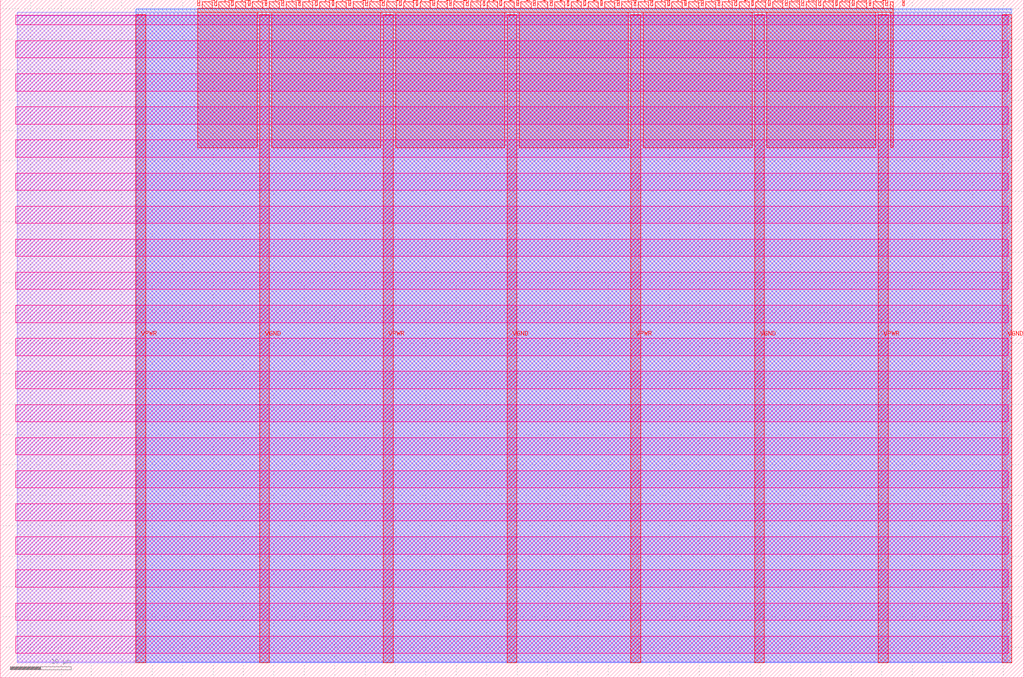
<source format=lef>
VERSION 5.7 ;
  NOWIREEXTENSIONATPIN ON ;
  DIVIDERCHAR "/" ;
  BUSBITCHARS "[]" ;
MACRO tt_um_manjushettar
  CLASS BLOCK ;
  FOREIGN tt_um_manjushettar ;
  ORIGIN 0.000 0.000 ;
  SIZE 168.360 BY 111.520 ;
  PIN VGND
    DIRECTION INOUT ;
    USE GROUND ;
    PORT
      LAYER met4 ;
        RECT 42.670 2.480 44.270 109.040 ;
    END
    PORT
      LAYER met4 ;
        RECT 83.380 2.480 84.980 109.040 ;
    END
    PORT
      LAYER met4 ;
        RECT 124.090 2.480 125.690 109.040 ;
    END
    PORT
      LAYER met4 ;
        RECT 164.800 2.480 166.400 109.040 ;
    END
  END VGND
  PIN VPWR
    DIRECTION INOUT ;
    USE POWER ;
    PORT
      LAYER met4 ;
        RECT 22.315 2.480 23.915 109.040 ;
    END
    PORT
      LAYER met4 ;
        RECT 63.025 2.480 64.625 109.040 ;
    END
    PORT
      LAYER met4 ;
        RECT 103.735 2.480 105.335 109.040 ;
    END
    PORT
      LAYER met4 ;
        RECT 144.445 2.480 146.045 109.040 ;
    END
  END VPWR
  PIN clk
    DIRECTION INPUT ;
    USE SIGNAL ;
    ANTENNAGATEAREA 0.852000 ;
    PORT
      LAYER met4 ;
        RECT 145.670 110.520 145.970 111.520 ;
    END
  END clk
  PIN ena
    DIRECTION INPUT ;
    USE SIGNAL ;
    PORT
      LAYER met4 ;
        RECT 148.430 110.520 148.730 111.520 ;
    END
  END ena
  PIN rst_n
    DIRECTION INPUT ;
    USE SIGNAL ;
    ANTENNAGATEAREA 0.196500 ;
    PORT
      LAYER met4 ;
        RECT 142.910 110.520 143.210 111.520 ;
    END
  END rst_n
  PIN ui_in[0]
    DIRECTION INPUT ;
    USE SIGNAL ;
    ANTENNAGATEAREA 0.196500 ;
    PORT
      LAYER met4 ;
        RECT 140.150 110.520 140.450 111.520 ;
    END
  END ui_in[0]
  PIN ui_in[1]
    DIRECTION INPUT ;
    USE SIGNAL ;
    ANTENNAGATEAREA 0.196500 ;
    PORT
      LAYER met4 ;
        RECT 137.390 110.520 137.690 111.520 ;
    END
  END ui_in[1]
  PIN ui_in[2]
    DIRECTION INPUT ;
    USE SIGNAL ;
    ANTENNAGATEAREA 0.196500 ;
    PORT
      LAYER met4 ;
        RECT 134.630 110.520 134.930 111.520 ;
    END
  END ui_in[2]
  PIN ui_in[3]
    DIRECTION INPUT ;
    USE SIGNAL ;
    ANTENNAGATEAREA 0.196500 ;
    PORT
      LAYER met4 ;
        RECT 131.870 110.520 132.170 111.520 ;
    END
  END ui_in[3]
  PIN ui_in[4]
    DIRECTION INPUT ;
    USE SIGNAL ;
    ANTENNAGATEAREA 0.196500 ;
    PORT
      LAYER met4 ;
        RECT 129.110 110.520 129.410 111.520 ;
    END
  END ui_in[4]
  PIN ui_in[5]
    DIRECTION INPUT ;
    USE SIGNAL ;
    ANTENNAGATEAREA 0.196500 ;
    PORT
      LAYER met4 ;
        RECT 126.350 110.520 126.650 111.520 ;
    END
  END ui_in[5]
  PIN ui_in[6]
    DIRECTION INPUT ;
    USE SIGNAL ;
    ANTENNAGATEAREA 0.196500 ;
    PORT
      LAYER met4 ;
        RECT 123.590 110.520 123.890 111.520 ;
    END
  END ui_in[6]
  PIN ui_in[7]
    DIRECTION INPUT ;
    USE SIGNAL ;
    ANTENNAGATEAREA 0.196500 ;
    PORT
      LAYER met4 ;
        RECT 120.830 110.520 121.130 111.520 ;
    END
  END ui_in[7]
  PIN uio_in[0]
    DIRECTION INPUT ;
    USE SIGNAL ;
    ANTENNAGATEAREA 0.196500 ;
    PORT
      LAYER met4 ;
        RECT 118.070 110.520 118.370 111.520 ;
    END
  END uio_in[0]
  PIN uio_in[1]
    DIRECTION INPUT ;
    USE SIGNAL ;
    ANTENNAGATEAREA 0.196500 ;
    PORT
      LAYER met4 ;
        RECT 115.310 110.520 115.610 111.520 ;
    END
  END uio_in[1]
  PIN uio_in[2]
    DIRECTION INPUT ;
    USE SIGNAL ;
    ANTENNAGATEAREA 0.196500 ;
    PORT
      LAYER met4 ;
        RECT 112.550 110.520 112.850 111.520 ;
    END
  END uio_in[2]
  PIN uio_in[3]
    DIRECTION INPUT ;
    USE SIGNAL ;
    ANTENNAGATEAREA 0.196500 ;
    PORT
      LAYER met4 ;
        RECT 109.790 110.520 110.090 111.520 ;
    END
  END uio_in[3]
  PIN uio_in[4]
    DIRECTION INPUT ;
    USE SIGNAL ;
    ANTENNAGATEAREA 0.196500 ;
    PORT
      LAYER met4 ;
        RECT 107.030 110.520 107.330 111.520 ;
    END
  END uio_in[4]
  PIN uio_in[5]
    DIRECTION INPUT ;
    USE SIGNAL ;
    ANTENNAGATEAREA 0.196500 ;
    PORT
      LAYER met4 ;
        RECT 104.270 110.520 104.570 111.520 ;
    END
  END uio_in[5]
  PIN uio_in[6]
    DIRECTION INPUT ;
    USE SIGNAL ;
    ANTENNAGATEAREA 0.196500 ;
    PORT
      LAYER met4 ;
        RECT 101.510 110.520 101.810 111.520 ;
    END
  END uio_in[6]
  PIN uio_in[7]
    DIRECTION INPUT ;
    USE SIGNAL ;
    ANTENNAGATEAREA 0.196500 ;
    PORT
      LAYER met4 ;
        RECT 98.750 110.520 99.050 111.520 ;
    END
  END uio_in[7]
  PIN uio_oe[0]
    DIRECTION OUTPUT TRISTATE ;
    USE SIGNAL ;
    PORT
      LAYER met4 ;
        RECT 51.830 110.520 52.130 111.520 ;
    END
  END uio_oe[0]
  PIN uio_oe[1]
    DIRECTION OUTPUT TRISTATE ;
    USE SIGNAL ;
    PORT
      LAYER met4 ;
        RECT 49.070 110.520 49.370 111.520 ;
    END
  END uio_oe[1]
  PIN uio_oe[2]
    DIRECTION OUTPUT TRISTATE ;
    USE SIGNAL ;
    PORT
      LAYER met4 ;
        RECT 46.310 110.520 46.610 111.520 ;
    END
  END uio_oe[2]
  PIN uio_oe[3]
    DIRECTION OUTPUT TRISTATE ;
    USE SIGNAL ;
    PORT
      LAYER met4 ;
        RECT 43.550 110.520 43.850 111.520 ;
    END
  END uio_oe[3]
  PIN uio_oe[4]
    DIRECTION OUTPUT TRISTATE ;
    USE SIGNAL ;
    PORT
      LAYER met4 ;
        RECT 40.790 110.520 41.090 111.520 ;
    END
  END uio_oe[4]
  PIN uio_oe[5]
    DIRECTION OUTPUT TRISTATE ;
    USE SIGNAL ;
    PORT
      LAYER met4 ;
        RECT 38.030 110.520 38.330 111.520 ;
    END
  END uio_oe[5]
  PIN uio_oe[6]
    DIRECTION OUTPUT TRISTATE ;
    USE SIGNAL ;
    PORT
      LAYER met4 ;
        RECT 35.270 110.520 35.570 111.520 ;
    END
  END uio_oe[6]
  PIN uio_oe[7]
    DIRECTION OUTPUT TRISTATE ;
    USE SIGNAL ;
    PORT
      LAYER met4 ;
        RECT 32.510 110.520 32.810 111.520 ;
    END
  END uio_oe[7]
  PIN uio_out[0]
    DIRECTION OUTPUT TRISTATE ;
    USE SIGNAL ;
    PORT
      LAYER met4 ;
        RECT 73.910 110.520 74.210 111.520 ;
    END
  END uio_out[0]
  PIN uio_out[1]
    DIRECTION OUTPUT TRISTATE ;
    USE SIGNAL ;
    PORT
      LAYER met4 ;
        RECT 71.150 110.520 71.450 111.520 ;
    END
  END uio_out[1]
  PIN uio_out[2]
    DIRECTION OUTPUT TRISTATE ;
    USE SIGNAL ;
    PORT
      LAYER met4 ;
        RECT 68.390 110.520 68.690 111.520 ;
    END
  END uio_out[2]
  PIN uio_out[3]
    DIRECTION OUTPUT TRISTATE ;
    USE SIGNAL ;
    PORT
      LAYER met4 ;
        RECT 65.630 110.520 65.930 111.520 ;
    END
  END uio_out[3]
  PIN uio_out[4]
    DIRECTION OUTPUT TRISTATE ;
    USE SIGNAL ;
    PORT
      LAYER met4 ;
        RECT 62.870 110.520 63.170 111.520 ;
    END
  END uio_out[4]
  PIN uio_out[5]
    DIRECTION OUTPUT TRISTATE ;
    USE SIGNAL ;
    PORT
      LAYER met4 ;
        RECT 60.110 110.520 60.410 111.520 ;
    END
  END uio_out[5]
  PIN uio_out[6]
    DIRECTION OUTPUT TRISTATE ;
    USE SIGNAL ;
    PORT
      LAYER met4 ;
        RECT 57.350 110.520 57.650 111.520 ;
    END
  END uio_out[6]
  PIN uio_out[7]
    DIRECTION OUTPUT TRISTATE ;
    USE SIGNAL ;
    PORT
      LAYER met4 ;
        RECT 54.590 110.520 54.890 111.520 ;
    END
  END uio_out[7]
  PIN uo_out[0]
    DIRECTION OUTPUT TRISTATE ;
    USE SIGNAL ;
    ANTENNADIFFAREA 0.795200 ;
    PORT
      LAYER met4 ;
        RECT 95.990 110.520 96.290 111.520 ;
    END
  END uo_out[0]
  PIN uo_out[1]
    DIRECTION OUTPUT TRISTATE ;
    USE SIGNAL ;
    ANTENNADIFFAREA 0.795200 ;
    PORT
      LAYER met4 ;
        RECT 93.230 110.520 93.530 111.520 ;
    END
  END uo_out[1]
  PIN uo_out[2]
    DIRECTION OUTPUT TRISTATE ;
    USE SIGNAL ;
    PORT
      LAYER met4 ;
        RECT 90.470 110.520 90.770 111.520 ;
    END
  END uo_out[2]
  PIN uo_out[3]
    DIRECTION OUTPUT TRISTATE ;
    USE SIGNAL ;
    PORT
      LAYER met4 ;
        RECT 87.710 110.520 88.010 111.520 ;
    END
  END uo_out[3]
  PIN uo_out[4]
    DIRECTION OUTPUT TRISTATE ;
    USE SIGNAL ;
    PORT
      LAYER met4 ;
        RECT 84.950 110.520 85.250 111.520 ;
    END
  END uo_out[4]
  PIN uo_out[5]
    DIRECTION OUTPUT TRISTATE ;
    USE SIGNAL ;
    PORT
      LAYER met4 ;
        RECT 82.190 110.520 82.490 111.520 ;
    END
  END uo_out[5]
  PIN uo_out[6]
    DIRECTION OUTPUT TRISTATE ;
    USE SIGNAL ;
    PORT
      LAYER met4 ;
        RECT 79.430 110.520 79.730 111.520 ;
    END
  END uo_out[6]
  PIN uo_out[7]
    DIRECTION OUTPUT TRISTATE ;
    USE SIGNAL ;
    PORT
      LAYER met4 ;
        RECT 76.670 110.520 76.970 111.520 ;
    END
  END uo_out[7]
  OBS
      LAYER nwell ;
        RECT 2.570 107.385 165.790 108.990 ;
        RECT 2.570 101.945 165.790 104.775 ;
        RECT 2.570 96.505 165.790 99.335 ;
        RECT 2.570 91.065 165.790 93.895 ;
        RECT 2.570 85.625 165.790 88.455 ;
        RECT 2.570 80.185 165.790 83.015 ;
        RECT 2.570 74.745 165.790 77.575 ;
        RECT 2.570 69.305 165.790 72.135 ;
        RECT 2.570 63.865 165.790 66.695 ;
        RECT 2.570 58.425 165.790 61.255 ;
        RECT 2.570 52.985 165.790 55.815 ;
        RECT 2.570 47.545 165.790 50.375 ;
        RECT 2.570 42.105 165.790 44.935 ;
        RECT 2.570 36.665 165.790 39.495 ;
        RECT 2.570 31.225 165.790 34.055 ;
        RECT 2.570 25.785 165.790 28.615 ;
        RECT 2.570 20.345 165.790 23.175 ;
        RECT 2.570 14.905 165.790 17.735 ;
        RECT 2.570 9.465 165.790 12.295 ;
        RECT 2.570 4.025 165.790 6.855 ;
      LAYER li1 ;
        RECT 2.760 2.635 165.600 108.885 ;
      LAYER met1 ;
        RECT 2.760 2.480 166.400 109.440 ;
      LAYER met2 ;
        RECT 22.345 2.535 166.370 110.005 ;
      LAYER met3 ;
        RECT 22.325 2.555 166.390 109.985 ;
      LAYER met4 ;
        RECT 33.210 110.120 34.870 111.170 ;
        RECT 35.970 110.120 37.630 111.170 ;
        RECT 38.730 110.120 40.390 111.170 ;
        RECT 41.490 110.120 43.150 111.170 ;
        RECT 44.250 110.120 45.910 111.170 ;
        RECT 47.010 110.120 48.670 111.170 ;
        RECT 49.770 110.120 51.430 111.170 ;
        RECT 52.530 110.120 54.190 111.170 ;
        RECT 55.290 110.120 56.950 111.170 ;
        RECT 58.050 110.120 59.710 111.170 ;
        RECT 60.810 110.120 62.470 111.170 ;
        RECT 63.570 110.120 65.230 111.170 ;
        RECT 66.330 110.120 67.990 111.170 ;
        RECT 69.090 110.120 70.750 111.170 ;
        RECT 71.850 110.120 73.510 111.170 ;
        RECT 74.610 110.120 76.270 111.170 ;
        RECT 77.370 110.120 79.030 111.170 ;
        RECT 80.130 110.120 81.790 111.170 ;
        RECT 82.890 110.120 84.550 111.170 ;
        RECT 85.650 110.120 87.310 111.170 ;
        RECT 88.410 110.120 90.070 111.170 ;
        RECT 91.170 110.120 92.830 111.170 ;
        RECT 93.930 110.120 95.590 111.170 ;
        RECT 96.690 110.120 98.350 111.170 ;
        RECT 99.450 110.120 101.110 111.170 ;
        RECT 102.210 110.120 103.870 111.170 ;
        RECT 104.970 110.120 106.630 111.170 ;
        RECT 107.730 110.120 109.390 111.170 ;
        RECT 110.490 110.120 112.150 111.170 ;
        RECT 113.250 110.120 114.910 111.170 ;
        RECT 116.010 110.120 117.670 111.170 ;
        RECT 118.770 110.120 120.430 111.170 ;
        RECT 121.530 110.120 123.190 111.170 ;
        RECT 124.290 110.120 125.950 111.170 ;
        RECT 127.050 110.120 128.710 111.170 ;
        RECT 129.810 110.120 131.470 111.170 ;
        RECT 132.570 110.120 134.230 111.170 ;
        RECT 135.330 110.120 136.990 111.170 ;
        RECT 138.090 110.120 139.750 111.170 ;
        RECT 140.850 110.120 142.510 111.170 ;
        RECT 143.610 110.120 145.270 111.170 ;
        RECT 146.370 110.120 146.905 111.170 ;
        RECT 32.495 109.440 146.905 110.120 ;
        RECT 32.495 87.215 42.270 109.440 ;
        RECT 44.670 87.215 62.625 109.440 ;
        RECT 65.025 87.215 82.980 109.440 ;
        RECT 85.380 87.215 103.335 109.440 ;
        RECT 105.735 87.215 123.690 109.440 ;
        RECT 126.090 87.215 144.045 109.440 ;
        RECT 146.445 87.215 146.905 109.440 ;
  END
END tt_um_manjushettar
END LIBRARY


</source>
